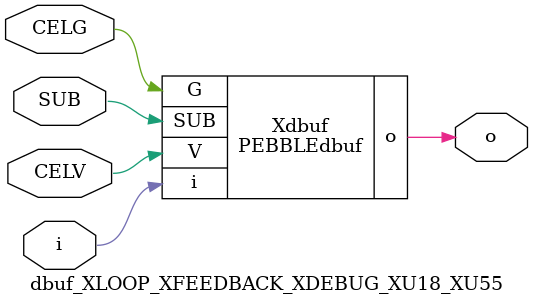
<source format=v>



module PEBBLEdbuf ( o, G, SUB, V, i );

  input V;
  input i;
  input G;
  output o;
  input SUB;
endmodule

//Celera Confidential Do Not Copy dbuf_XLOOP_XFEEDBACK_XDEBUG_XU18_XU55
//Celera Confidential Symbol Generator
//Digital Buffer
module dbuf_XLOOP_XFEEDBACK_XDEBUG_XU18_XU55 (CELV,CELG,i,o,SUB);
input CELV;
input CELG;
input i;
input SUB;
output o;

//Celera Confidential Do Not Copy dbuf
PEBBLEdbuf Xdbuf(
.V (CELV),
.i (i),
.o (o),
.SUB (SUB),
.G (CELG)
);
//,diesize,PEBBLEdbuf

//Celera Confidential Do Not Copy Module End
//Celera Schematic Generator
endmodule

</source>
